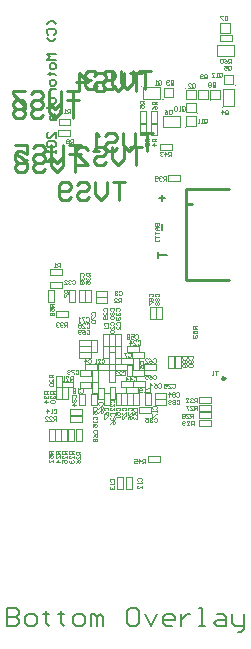
<source format=gbo>
%FSLAX25Y25*%
%MOIN*%
G70*
G01*
G75*
G04 Layer_Color=32896*
%ADD10R,0.05906X0.05118*%
G04:AMPARAMS|DCode=11|XSize=25.59mil|YSize=23.62mil|CornerRadius=5.91mil|HoleSize=0mil|Usage=FLASHONLY|Rotation=180.000|XOffset=0mil|YOffset=0mil|HoleType=Round|Shape=RoundedRectangle|*
%AMROUNDEDRECTD11*
21,1,0.02559,0.01181,0,0,180.0*
21,1,0.01378,0.02362,0,0,180.0*
1,1,0.01181,-0.00689,0.00591*
1,1,0.01181,0.00689,0.00591*
1,1,0.01181,0.00689,-0.00591*
1,1,0.01181,-0.00689,-0.00591*
%
%ADD11ROUNDEDRECTD11*%
G04:AMPARAMS|DCode=12|XSize=25.59mil|YSize=23.62mil|CornerRadius=5.91mil|HoleSize=0mil|Usage=FLASHONLY|Rotation=270.000|XOffset=0mil|YOffset=0mil|HoleType=Round|Shape=RoundedRectangle|*
%AMROUNDEDRECTD12*
21,1,0.02559,0.01181,0,0,270.0*
21,1,0.01378,0.02362,0,0,270.0*
1,1,0.01181,-0.00591,-0.00689*
1,1,0.01181,-0.00591,0.00689*
1,1,0.01181,0.00591,0.00689*
1,1,0.01181,0.00591,-0.00689*
%
%ADD12ROUNDEDRECTD12*%
%ADD13R,0.00866X0.01024*%
%ADD14R,0.01024X0.00866*%
%ADD15R,0.05118X0.05906*%
G04:AMPARAMS|DCode=16|XSize=15.75mil|YSize=17.72mil|CornerRadius=3.94mil|HoleSize=0mil|Usage=FLASHONLY|Rotation=180.000|XOffset=0mil|YOffset=0mil|HoleType=Round|Shape=RoundedRectangle|*
%AMROUNDEDRECTD16*
21,1,0.01575,0.00984,0,0,180.0*
21,1,0.00787,0.01772,0,0,180.0*
1,1,0.00787,-0.00394,0.00492*
1,1,0.00787,0.00394,0.00492*
1,1,0.00787,0.00394,-0.00492*
1,1,0.00787,-0.00394,-0.00492*
%
%ADD16ROUNDEDRECTD16*%
%ADD17C,0.00984*%
%ADD18R,0.02756X0.01575*%
%ADD19R,0.02362X0.01969*%
%ADD20R,0.01654X0.01811*%
%ADD21R,0.03937X0.04331*%
%ADD22R,0.01575X0.02756*%
G04:AMPARAMS|DCode=23|XSize=15.75mil|YSize=17.72mil|CornerRadius=3.94mil|HoleSize=0mil|Usage=FLASHONLY|Rotation=270.000|XOffset=0mil|YOffset=0mil|HoleType=Round|Shape=RoundedRectangle|*
%AMROUNDEDRECTD23*
21,1,0.01575,0.00984,0,0,270.0*
21,1,0.00787,0.01772,0,0,270.0*
1,1,0.00787,-0.00492,-0.00394*
1,1,0.00787,-0.00492,0.00394*
1,1,0.00787,0.00492,0.00394*
1,1,0.00787,0.00492,-0.00394*
%
%ADD23ROUNDEDRECTD23*%
%ADD24R,0.01811X0.01654*%
%ADD25O,0.03347X0.01102*%
%ADD26O,0.01102X0.03347*%
%ADD27R,0.01181X0.01181*%
%ADD28R,0.06496X0.17323*%
%ADD29R,0.02559X0.00984*%
%ADD30R,0.01772X0.01772*%
%ADD31C,0.01082*%
%ADD32R,0.02658X0.00984*%
%ADD33R,0.02402X0.05591*%
%ADD34R,0.09843X0.06299*%
%ADD35R,0.00984X0.01969*%
G04:AMPARAMS|DCode=36|XSize=70.87mil|YSize=51.18mil|CornerRadius=12.8mil|HoleSize=0mil|Usage=FLASHONLY|Rotation=0.000|XOffset=0mil|YOffset=0mil|HoleType=Round|Shape=RoundedRectangle|*
%AMROUNDEDRECTD36*
21,1,0.07087,0.02559,0,0,0.0*
21,1,0.04528,0.05118,0,0,0.0*
1,1,0.02559,0.02264,-0.01280*
1,1,0.02559,-0.02264,-0.01280*
1,1,0.02559,-0.02264,0.01280*
1,1,0.02559,0.02264,0.01280*
%
%ADD36ROUNDEDRECTD36*%
%ADD37C,0.01181*%
%ADD38R,0.01181X0.03937*%
%ADD39R,0.09449X0.01181*%
%ADD40R,0.05512X0.06693*%
%ADD41R,0.01000X0.11811*%
%ADD42R,0.03937X0.01000*%
%ADD43R,0.11811X0.01000*%
%ADD44R,0.01969X0.03937*%
%ADD45R,0.03937X0.01969*%
%ADD46R,0.02362X0.02756*%
%ADD47R,0.01969X0.04724*%
%ADD48C,0.00800*%
%ADD49C,0.00500*%
%ADD50C,0.01000*%
%ADD51C,0.00400*%
%ADD52C,0.01200*%
%ADD53C,0.01500*%
%ADD54C,0.00900*%
%ADD55C,0.00600*%
%ADD56C,0.02000*%
%ADD57C,0.00700*%
%ADD58O,0.08000X0.07500*%
%ADD59C,0.07480*%
%ADD60C,0.08000*%
%ADD61C,0.01200*%
%ADD62C,0.01969*%
%ADD63C,0.08200*%
%ADD64C,0.02200*%
%ADD65C,0.02600*%
%ADD66C,0.01024*%
%ADD67C,0.00807*%
%ADD68R,0.12000X0.06000*%
%ADD69R,0.03937X0.01575*%
%ADD70R,0.00886X0.00709*%
G04:AMPARAMS|DCode=71|XSize=8.86mil|YSize=7.09mil|CornerRadius=0mil|HoleSize=0mil|Usage=FLASHONLY|Rotation=135.000|XOffset=0mil|YOffset=0mil|HoleType=Round|Shape=Rectangle|*
%AMROTATEDRECTD71*
4,1,4,0.00564,-0.00063,0.00063,-0.00564,-0.00564,0.00063,-0.00063,0.00564,0.00564,-0.00063,0.0*
%
%ADD71ROTATEDRECTD71*%

%ADD72R,0.00709X0.00886*%
%ADD73R,0.03228X0.05197*%
%ADD74R,0.03228X0.05197*%
%ADD75R,0.00906X0.03543*%
%ADD76C,0.01339*%
%ADD77C,0.00394*%
%ADD78C,0.00984*%
%ADD79C,0.00591*%
%ADD80C,0.00197*%
%ADD81C,0.00098*%
%ADD82C,0.00472*%
%ADD83C,0.00787*%
%ADD84R,0.01824X0.01666*%
%ADD85R,0.01666X0.01824*%
%ADD86C,0.02000*%
%ADD87R,0.01686X0.01509*%
G04:AMPARAMS|DCode=88|XSize=16.86mil|YSize=15.09mil|CornerRadius=0mil|HoleSize=0mil|Usage=FLASHONLY|Rotation=135.000|XOffset=0mil|YOffset=0mil|HoleType=Round|Shape=Rectangle|*
%AMROTATEDRECTD88*
4,1,4,0.01129,-0.00063,0.00063,-0.01129,-0.01129,0.00063,-0.00063,0.01129,0.01129,-0.00063,0.0*
%
%ADD88ROTATEDRECTD88*%

%ADD89R,0.01509X0.01686*%
D48*
X-11811Y-37309D02*
Y-43307D01*
X-8812D01*
X-7812Y-42307D01*
Y-41308D01*
X-8812Y-40308D01*
X-11811D01*
X-8812D01*
X-7812Y-39308D01*
Y-38309D01*
X-8812Y-37309D01*
X-11811D01*
X-4813Y-43307D02*
X-2814D01*
X-1814Y-42307D01*
Y-40308D01*
X-2814Y-39308D01*
X-4813D01*
X-5813Y-40308D01*
Y-42307D01*
X-4813Y-43307D01*
X1185Y-38309D02*
Y-39308D01*
X185D01*
X2184D01*
X1185D01*
Y-42307D01*
X2184Y-43307D01*
X6183Y-38309D02*
Y-39308D01*
X5184D01*
X7183D01*
X6183D01*
Y-42307D01*
X7183Y-43307D01*
X11181D02*
X13181D01*
X14181Y-42307D01*
Y-40308D01*
X13181Y-39308D01*
X11181D01*
X10182Y-40308D01*
Y-42307D01*
X11181Y-43307D01*
X16180D02*
Y-39308D01*
X17180D01*
X18179Y-40308D01*
Y-43307D01*
Y-40308D01*
X19179Y-39308D01*
X20179Y-40308D01*
Y-43307D01*
X31175Y-37309D02*
X29176D01*
X28176Y-38309D01*
Y-42307D01*
X29176Y-43307D01*
X31175D01*
X32175Y-42307D01*
Y-38309D01*
X31175Y-37309D01*
X34174Y-39308D02*
X36173Y-43307D01*
X38173Y-39308D01*
X43171Y-43307D02*
X41172D01*
X40172Y-42307D01*
Y-40308D01*
X41172Y-39308D01*
X43171D01*
X44171Y-40308D01*
Y-41308D01*
X40172D01*
X46170Y-39308D02*
Y-43307D01*
Y-41308D01*
X47170Y-40308D01*
X48170Y-39308D01*
X49169D01*
X52168Y-43307D02*
X54168D01*
X53168D01*
Y-37309D01*
X52168D01*
X58166Y-39308D02*
X60166D01*
X61165Y-40308D01*
Y-43307D01*
X58166D01*
X57167Y-42307D01*
X58166Y-41308D01*
X61165D01*
X63165Y-39308D02*
Y-42307D01*
X64164Y-43307D01*
X67163D01*
Y-44307D01*
X66164Y-45306D01*
X65164D01*
X67163Y-43307D02*
Y-39308D01*
D50*
X47929Y72006D02*
Y102400D01*
X62181D01*
X47929Y72006D02*
X62181D01*
X47929Y97400D02*
X49681D01*
X36761Y121098D02*
X32762D01*
X34761D01*
Y115100D01*
X30763Y121098D02*
Y117099D01*
X28763Y115100D01*
X26764Y117099D01*
Y121098D01*
X20766Y120098D02*
X21766Y121098D01*
X23765D01*
X24765Y120098D01*
Y119099D01*
X23765Y118099D01*
X21766D01*
X20766Y117099D01*
Y116100D01*
X21766Y115100D01*
X23765D01*
X24765Y116100D01*
X18767Y115100D02*
X16767D01*
X17767D01*
Y121098D01*
X18767Y120098D01*
X33000Y116498D02*
X29001D01*
X31001D01*
Y110500D01*
X27002Y116498D02*
Y112499D01*
X25003Y110500D01*
X23003Y112499D01*
Y116498D01*
X17005Y115498D02*
X18005Y116498D01*
X20004D01*
X21004Y115498D01*
Y114499D01*
X20004Y113499D01*
X18005D01*
X17005Y112499D01*
Y111500D01*
X18005Y110500D01*
X20004D01*
X21004Y111500D01*
X11007Y110500D02*
X15006D01*
X11007Y114499D01*
Y115498D01*
X12007Y116498D01*
X14006D01*
X15006Y115498D01*
X36000Y141898D02*
X32001D01*
X34001D01*
Y135900D01*
X30002Y141898D02*
Y137899D01*
X28003Y135900D01*
X26003Y137899D01*
Y141898D01*
X20005Y140898D02*
X21005Y141898D01*
X23004D01*
X24004Y140898D01*
Y139899D01*
X23004Y138899D01*
X21005D01*
X20005Y137899D01*
Y136900D01*
X21005Y135900D01*
X23004D01*
X24004Y136900D01*
X18006Y140898D02*
X17006Y141898D01*
X15007D01*
X14007Y140898D01*
Y139899D01*
X15007Y138899D01*
X16007D01*
X15007D01*
X14007Y137899D01*
Y136900D01*
X15007Y135900D01*
X17006D01*
X18006Y136900D01*
X32964Y141262D02*
X28965D01*
X30965D01*
Y135264D01*
X26966Y141262D02*
Y137263D01*
X24967Y135264D01*
X22967Y137263D01*
Y141262D01*
X16969Y140262D02*
X17969Y141262D01*
X19968D01*
X20968Y140262D01*
Y139263D01*
X19968Y138263D01*
X17969D01*
X16969Y137263D01*
Y136264D01*
X17969Y135264D01*
X19968D01*
X20968Y136264D01*
X11971Y135264D02*
Y141262D01*
X14970Y138263D01*
X10971D01*
X12900Y116977D02*
X8901D01*
X10901D01*
Y110979D01*
X6902Y116977D02*
Y112978D01*
X4903Y110979D01*
X2903Y112978D01*
Y116977D01*
X-3095Y115977D02*
X-2095Y116977D01*
X-96D01*
X904Y115977D01*
Y114977D01*
X-96Y113978D01*
X-2095D01*
X-3095Y112978D01*
Y111978D01*
X-2095Y110979D01*
X-96D01*
X904Y111978D01*
X-9093Y116977D02*
X-5094D01*
Y113978D01*
X-7093Y114977D01*
X-8093D01*
X-9093Y113978D01*
Y111978D01*
X-8093Y110979D01*
X-6094D01*
X-5094Y111978D01*
X12900Y114059D02*
X8901D01*
X10901D01*
Y108061D01*
X6902Y114059D02*
Y110060D01*
X4903Y108061D01*
X2903Y110060D01*
Y114059D01*
X-3095Y113059D02*
X-2095Y114059D01*
X-96D01*
X904Y113059D01*
Y112059D01*
X-96Y111060D01*
X-2095D01*
X-3095Y110060D01*
Y109060D01*
X-2095Y108061D01*
X-96D01*
X904Y109060D01*
X-9093Y114059D02*
X-7094Y113059D01*
X-5094Y111060D01*
Y109060D01*
X-6094Y108061D01*
X-8093D01*
X-9093Y109060D01*
Y110060D01*
X-8093Y111060D01*
X-5094D01*
X12200Y135198D02*
X8201D01*
X10201D01*
Y129200D01*
X6202Y135198D02*
Y131199D01*
X4203Y129200D01*
X2203Y131199D01*
Y135198D01*
X-3795Y134198D02*
X-2795Y135198D01*
X-796D01*
X204Y134198D01*
Y133199D01*
X-796Y132199D01*
X-2795D01*
X-3795Y131199D01*
Y130200D01*
X-2795Y129200D01*
X-796D01*
X204Y130200D01*
X-5794Y135198D02*
X-9793D01*
Y134198D01*
X-5794Y130200D01*
Y129200D01*
X12200Y132259D02*
X8201D01*
X10201D01*
Y126261D01*
X6202Y132259D02*
Y128260D01*
X4203Y126261D01*
X2203Y128260D01*
Y132259D01*
X-3795Y131259D02*
X-2795Y132259D01*
X-796D01*
X204Y131259D01*
Y130259D01*
X-796Y129260D01*
X-2795D01*
X-3795Y128260D01*
Y127260D01*
X-2795Y126261D01*
X-796D01*
X204Y127260D01*
X-5794Y131259D02*
X-6794Y132259D01*
X-8793D01*
X-9793Y131259D01*
Y130259D01*
X-8793Y129260D01*
X-9793Y128260D01*
Y127260D01*
X-8793Y126261D01*
X-6794D01*
X-5794Y127260D01*
Y128260D01*
X-6794Y129260D01*
X-5794Y130259D01*
Y131259D01*
X-6794Y129260D02*
X-8793D01*
X27486Y104673D02*
X23487D01*
X25486D01*
Y98675D01*
X21488Y104673D02*
Y100674D01*
X19488Y98675D01*
X17489Y100674D01*
Y104673D01*
X11491Y103673D02*
X12491Y104673D01*
X14490D01*
X15490Y103673D01*
Y102673D01*
X14490Y101674D01*
X12491D01*
X11491Y100674D01*
Y99674D01*
X12491Y98675D01*
X14490D01*
X15490Y99674D01*
X9492D02*
X8492Y98675D01*
X6493D01*
X5493Y99674D01*
Y103673D01*
X6493Y104673D01*
X8492D01*
X9492Y103673D01*
Y102673D01*
X8492Y101674D01*
X5493D01*
D51*
X35534Y66667D02*
X35300Y66900D01*
Y67367D01*
X35534Y67600D01*
X36467D01*
X36700Y67367D01*
Y66900D01*
X36467Y66667D01*
X35534Y66201D02*
X35300Y65967D01*
Y65501D01*
X35534Y65267D01*
X35767D01*
X36000Y65501D01*
X36233Y65267D01*
X36467D01*
X36700Y65501D01*
Y65967D01*
X36467Y66201D01*
X36233D01*
X36000Y65967D01*
X35767Y66201D01*
X35534D01*
X36000Y65967D02*
Y65501D01*
X35300Y64801D02*
Y63868D01*
X35534D01*
X36467Y64801D01*
X36700D01*
X37634Y66667D02*
X37400Y66900D01*
Y67367D01*
X37634Y67600D01*
X38567D01*
X38800Y67367D01*
Y66900D01*
X38567Y66667D01*
X37634Y66201D02*
X37400Y65967D01*
Y65501D01*
X37634Y65267D01*
X37867D01*
X38100Y65501D01*
X38333Y65267D01*
X38567D01*
X38800Y65501D01*
Y65967D01*
X38567Y66201D01*
X38333D01*
X38100Y65967D01*
X37867Y66201D01*
X37634D01*
X38100Y65967D02*
Y65501D01*
X37634Y64801D02*
X37400Y64568D01*
Y64101D01*
X37634Y63868D01*
X37867D01*
X38100Y64101D01*
X38333Y63868D01*
X38567D01*
X38800Y64101D01*
Y64568D01*
X38567Y64801D01*
X38333D01*
X38100Y64568D01*
X37867Y64801D01*
X37634D01*
X38100Y64568D02*
Y64101D01*
X3700Y64100D02*
X2300D01*
Y63400D01*
X2534Y63167D01*
X3000D01*
X3233Y63400D01*
Y64100D01*
Y63634D02*
X3700Y63167D01*
X2300Y61767D02*
Y62700D01*
X3000D01*
X2767Y62234D01*
Y62001D01*
X3000Y61767D01*
X3467D01*
X3700Y62001D01*
Y62467D01*
X3467Y62700D01*
Y61301D02*
X3700Y61068D01*
Y60601D01*
X3467Y60368D01*
X2534D01*
X2300Y60601D01*
Y61068D01*
X2534Y61301D01*
X2767D01*
X3000Y61068D01*
Y60368D01*
X9867Y71966D02*
X10100Y72199D01*
X10567D01*
X10800Y71966D01*
Y71033D01*
X10567Y70800D01*
X10100D01*
X9867Y71033D01*
X9400Y71966D02*
X9167Y72199D01*
X8701D01*
X8467Y71966D01*
Y71733D01*
X8701Y71500D01*
X8934D01*
X8701D01*
X8467Y71267D01*
Y71033D01*
X8701Y70800D01*
X9167D01*
X9400Y71033D01*
X7068Y70800D02*
X8001D01*
X7068Y71733D01*
Y71966D01*
X7301Y72199D01*
X7768D01*
X8001Y71966D01*
X30382Y28615D02*
X30149Y28848D01*
Y29315D01*
X30382Y29548D01*
X31315D01*
X31548Y29315D01*
Y28848D01*
X31315Y28615D01*
X30149Y27216D02*
X30382Y27682D01*
X30848Y28149D01*
X31315D01*
X31548Y27915D01*
Y27449D01*
X31315Y27216D01*
X31082D01*
X30848Y27449D01*
Y28149D01*
X30382Y26749D02*
X30149Y26516D01*
Y26049D01*
X30382Y25816D01*
X30615D01*
X30848Y26049D01*
Y26283D01*
Y26049D01*
X31082Y25816D01*
X31315D01*
X31548Y26049D01*
Y26516D01*
X31315Y26749D01*
X10300Y15000D02*
X8900D01*
Y14300D01*
X9134Y14067D01*
X9600D01*
X9833Y14300D01*
Y15000D01*
Y14534D02*
X10300Y14067D01*
Y12667D02*
Y13600D01*
X9367Y12667D01*
X9134D01*
X8900Y12901D01*
Y13367D01*
X9134Y13600D01*
Y12201D02*
X8900Y11968D01*
Y11501D01*
X9134Y11268D01*
X9367D01*
X9600Y11501D01*
Y11734D01*
Y11501D01*
X9833Y11268D01*
X10067D01*
X10300Y11501D01*
Y11968D01*
X10067Y12201D01*
X3400Y15100D02*
X2001D01*
Y14400D01*
X2234Y14167D01*
X2700D01*
X2933Y14400D01*
Y15100D01*
Y14634D02*
X3400Y14167D01*
X2001Y12767D02*
Y13701D01*
X2700D01*
X2467Y13234D01*
Y13001D01*
X2700Y12767D01*
X3167D01*
X3400Y13001D01*
Y13467D01*
X3167Y13701D01*
X3400Y11368D02*
Y12301D01*
X2467Y11368D01*
X2234D01*
X2001Y11601D01*
Y12068D01*
X2234Y12301D01*
X1900Y35000D02*
X501D01*
Y34300D01*
X734Y34067D01*
X1200D01*
X1433Y34300D01*
Y35000D01*
Y34534D02*
X1900Y34067D01*
X734Y33601D02*
X501Y33367D01*
Y32901D01*
X734Y32667D01*
X967D01*
X1200Y32901D01*
Y33134D01*
Y32901D01*
X1433Y32667D01*
X1667D01*
X1900Y32901D01*
Y33367D01*
X1667Y33601D01*
X1900Y31501D02*
X501D01*
X1200Y32201D01*
Y31268D01*
X36834Y29167D02*
X36601Y29400D01*
Y29867D01*
X36834Y30100D01*
X37767D01*
X38000Y29867D01*
Y29400D01*
X37767Y29167D01*
X38000Y28701D02*
Y28234D01*
Y28467D01*
X36601D01*
X36834Y28701D01*
X36601Y27534D02*
Y26601D01*
X36834D01*
X37767Y27534D01*
X38000D01*
X4000Y35000D02*
X2600D01*
Y34300D01*
X2834Y34067D01*
X3300D01*
X3534Y34300D01*
Y35000D01*
Y34534D02*
X4000Y34067D01*
X2834Y33601D02*
X2600Y33367D01*
Y32901D01*
X2834Y32667D01*
X3067D01*
X3300Y32901D01*
Y33134D01*
Y32901D01*
X3534Y32667D01*
X3767D01*
X4000Y32901D01*
Y33367D01*
X3767Y33601D01*
X2834Y32201D02*
X2600Y31968D01*
Y31501D01*
X2834Y31268D01*
X3767D01*
X4000Y31501D01*
Y31968D01*
X3767Y32201D01*
X2834D01*
X12500Y14900D02*
X11100D01*
Y14200D01*
X11334Y13967D01*
X11800D01*
X12033Y14200D01*
Y14900D01*
Y14434D02*
X12500Y13967D01*
Y12567D02*
Y13500D01*
X11567Y12567D01*
X11334D01*
X11100Y12801D01*
Y13267D01*
X11334Y13500D01*
X11100Y11168D02*
X11334Y11634D01*
X11800Y12101D01*
X12267D01*
X12500Y11868D01*
Y11401D01*
X12267Y11168D01*
X12033D01*
X11800Y11401D01*
Y12101D01*
X8000Y15000D02*
X6600D01*
Y14300D01*
X6834Y14067D01*
X7300D01*
X7534Y14300D01*
Y15000D01*
Y14534D02*
X8000Y14067D01*
Y12667D02*
Y13600D01*
X7067Y12667D01*
X6834D01*
X6600Y12901D01*
Y13367D01*
X6834Y13600D01*
X6600Y11268D02*
Y12201D01*
X7300D01*
X7067Y11734D01*
Y11501D01*
X7300Y11268D01*
X7767D01*
X8000Y11501D01*
Y11968D01*
X7767Y12201D01*
X5700Y15100D02*
X4301D01*
Y14400D01*
X4534Y14167D01*
X5000D01*
X5234Y14400D01*
Y15100D01*
Y14634D02*
X5700Y14167D01*
Y12767D02*
Y13701D01*
X4767Y12767D01*
X4534D01*
X4301Y13001D01*
Y13467D01*
X4534Y13701D01*
X5700Y11601D02*
X4301D01*
X5000Y12301D01*
Y11368D01*
X4500Y25300D02*
Y26700D01*
X3800D01*
X3567Y26466D01*
Y26000D01*
X3800Y25767D01*
X4500D01*
X4033D02*
X3567Y25300D01*
X2167D02*
X3101D01*
X2167Y26233D01*
Y26466D01*
X2401Y26700D01*
X2867D01*
X3101Y26466D01*
X768Y25300D02*
X1701D01*
X768Y26233D01*
Y26466D01*
X1001Y26700D01*
X1468D01*
X1701Y26466D01*
X3600Y40600D02*
X2200D01*
Y39900D01*
X2434Y39667D01*
X2900D01*
X3133Y39900D01*
Y40600D01*
Y40134D02*
X3600Y39667D01*
Y38267D02*
Y39200D01*
X2667Y38267D01*
X2434D01*
X2200Y38501D01*
Y38967D01*
X2434Y39200D01*
Y37801D02*
X2200Y37568D01*
Y37101D01*
X2434Y36868D01*
X3367D01*
X3600Y37101D01*
Y37568D01*
X3367Y37801D01*
X2434D01*
X10000Y38600D02*
Y39999D01*
X9300D01*
X9067Y39766D01*
Y39300D01*
X9300Y39066D01*
X10000D01*
X9533D02*
X9067Y38600D01*
X7667D02*
X8600D01*
X7667Y39533D01*
Y39766D01*
X7901Y39999D01*
X8367D01*
X8600Y39766D01*
X7201Y38600D02*
X6734D01*
X6968D01*
Y39999D01*
X7201Y39766D01*
X34200Y11000D02*
Y12400D01*
X33500D01*
X33267Y12166D01*
Y11700D01*
X33500Y11467D01*
X34200D01*
X33733D02*
X33267Y11000D01*
X32101D02*
Y12400D01*
X32800Y11700D01*
X31867D01*
X30468Y12400D02*
X31401D01*
Y11700D01*
X30934Y11933D01*
X30701D01*
X30468Y11700D01*
Y11233D01*
X30701Y11000D01*
X31168D01*
X31401Y11233D01*
X10967Y41966D02*
X11200Y42200D01*
X11667D01*
X11900Y41966D01*
Y41033D01*
X11667Y40800D01*
X11200D01*
X10967Y41033D01*
X10500Y42200D02*
X9567D01*
Y41966D01*
X10500Y41033D01*
Y40800D01*
X9101Y41966D02*
X8868Y42200D01*
X8401D01*
X8168Y41966D01*
Y41733D01*
X8401Y41500D01*
X8634D01*
X8401D01*
X8168Y41267D01*
Y41033D01*
X8401Y40800D01*
X8868D01*
X9101Y41033D01*
X17034Y21167D02*
X16801Y21400D01*
Y21867D01*
X17034Y22100D01*
X17967D01*
X18200Y21867D01*
Y21400D01*
X17967Y21167D01*
X16801Y19767D02*
X17034Y20234D01*
X17500Y20700D01*
X17967D01*
X18200Y20467D01*
Y20001D01*
X17967Y19767D01*
X17733D01*
X17500Y20001D01*
Y20700D01*
X17034Y19301D02*
X16801Y19068D01*
Y18601D01*
X17034Y18368D01*
X17267D01*
X17500Y18601D01*
X17733Y18368D01*
X17967D01*
X18200Y18601D01*
Y19068D01*
X17967Y19301D01*
X17733D01*
X17500Y19068D01*
X17267Y19301D01*
X17034D01*
X17500Y19068D02*
Y18601D01*
X20734Y28667D02*
X20501Y28900D01*
Y29367D01*
X20734Y29600D01*
X21667D01*
X21900Y29367D01*
Y28900D01*
X21667Y28667D01*
X20501Y27267D02*
X20734Y27734D01*
X21200Y28201D01*
X21667D01*
X21900Y27967D01*
Y27501D01*
X21667Y27267D01*
X21433D01*
X21200Y27501D01*
Y28201D01*
X20501Y26801D02*
Y25868D01*
X20734D01*
X21667Y26801D01*
X21900D01*
X18834Y30567D02*
X18600Y30800D01*
Y31267D01*
X18834Y31500D01*
X19767D01*
X20000Y31267D01*
Y30800D01*
X19767Y30567D01*
X18600Y29167D02*
X18834Y29634D01*
X19300Y30101D01*
X19767D01*
X20000Y29867D01*
Y29401D01*
X19767Y29167D01*
X19534D01*
X19300Y29401D01*
Y30101D01*
X18600Y27768D02*
X18834Y28234D01*
X19300Y28701D01*
X19767D01*
X20000Y28468D01*
Y28001D01*
X19767Y27768D01*
X19534D01*
X19300Y28001D01*
Y28701D01*
X36834Y40283D02*
X37050Y40500D01*
X37483D01*
X37700Y40283D01*
Y39417D01*
X37483Y39200D01*
X37050D01*
X36834Y39417D01*
X35534Y40500D02*
X35967Y40283D01*
X36400Y39850D01*
Y39417D01*
X36184Y39200D01*
X35751D01*
X35534Y39417D01*
Y39633D01*
X35751Y39850D01*
X36400D01*
X34234Y40500D02*
X35101D01*
Y39850D01*
X34668Y40066D01*
X34451D01*
X34234Y39850D01*
Y39417D01*
X34451Y39200D01*
X34884D01*
X35101Y39417D01*
X38467Y37466D02*
X38700Y37699D01*
X39167D01*
X39400Y37466D01*
Y36533D01*
X39167Y36300D01*
X38700D01*
X38467Y36533D01*
X37067Y37699D02*
X37534Y37466D01*
X38001Y37000D01*
Y36533D01*
X37767Y36300D01*
X37301D01*
X37067Y36533D01*
Y36766D01*
X37301Y37000D01*
X38001D01*
X35901Y36300D02*
Y37699D01*
X36601Y37000D01*
X35668D01*
X24634Y28667D02*
X24400Y28900D01*
Y29367D01*
X24634Y29600D01*
X25567D01*
X25800Y29367D01*
Y28900D01*
X25567Y28667D01*
X24400Y27267D02*
Y28201D01*
X25100D01*
X24867Y27734D01*
Y27501D01*
X25100Y27267D01*
X25567D01*
X25800Y27501D01*
Y27967D01*
X25567Y28201D01*
X25800Y26801D02*
Y26334D01*
Y26568D01*
X24400D01*
X24634Y26801D01*
X30334Y39683D02*
X30550Y39900D01*
X30983D01*
X31200Y39683D01*
Y38817D01*
X30983Y38600D01*
X30550D01*
X30334Y38817D01*
X29251Y38600D02*
Y39900D01*
X29900Y39250D01*
X29034D01*
X27951Y38600D02*
Y39900D01*
X28601Y39250D01*
X27734D01*
X22834Y26967D02*
X22601Y27200D01*
Y27667D01*
X22834Y27900D01*
X23767D01*
X24000Y27667D01*
Y27200D01*
X23767Y26967D01*
X22834Y26500D02*
X22601Y26267D01*
Y25801D01*
X22834Y25567D01*
X23067D01*
X23300Y25801D01*
Y26034D01*
Y25801D01*
X23534Y25567D01*
X23767D01*
X24000Y25801D01*
Y26267D01*
X23767Y26500D01*
X22601Y24168D02*
X22834Y24634D01*
X23300Y25101D01*
X23767D01*
X24000Y24868D01*
Y24401D01*
X23767Y24168D01*
X23534D01*
X23300Y24401D01*
Y25101D01*
X37067Y25966D02*
X37300Y26199D01*
X37767D01*
X38000Y25966D01*
Y25033D01*
X37767Y24800D01*
X37300D01*
X37067Y25033D01*
X36601Y25966D02*
X36367Y26199D01*
X35901D01*
X35667Y25966D01*
Y25733D01*
X35901Y25500D01*
X36134D01*
X35901D01*
X35667Y25267D01*
Y25033D01*
X35901Y24800D01*
X36367D01*
X36601Y25033D01*
X34268Y26199D02*
X35201D01*
Y25500D01*
X34734Y25733D01*
X34501D01*
X34268Y25500D01*
Y25033D01*
X34501Y24800D01*
X34968D01*
X35201Y25033D01*
X9934Y32967D02*
X9700Y33200D01*
Y33667D01*
X9934Y33900D01*
X10867D01*
X11100Y33667D01*
Y33200D01*
X10867Y32967D01*
X9934Y32500D02*
X9700Y32267D01*
Y31801D01*
X9934Y31567D01*
X10167D01*
X10400Y31801D01*
Y32034D01*
Y31801D01*
X10633Y31567D01*
X10867D01*
X11100Y31801D01*
Y32267D01*
X10867Y32500D01*
X11100Y30401D02*
X9700D01*
X10400Y31101D01*
Y30168D01*
X26634Y28667D02*
X26401Y28900D01*
Y29367D01*
X26634Y29600D01*
X27567D01*
X27800Y29367D01*
Y28900D01*
X27567Y28667D01*
X27800Y27267D02*
Y28201D01*
X26867Y27267D01*
X26634D01*
X26401Y27501D01*
Y27967D01*
X26634Y28201D01*
X26401Y26801D02*
Y25868D01*
X26634D01*
X27567Y26801D01*
X27800D01*
X28534Y28667D02*
X28300Y28900D01*
Y29367D01*
X28534Y29600D01*
X29467D01*
X29700Y29367D01*
Y28900D01*
X29467Y28667D01*
X29700Y27267D02*
Y28201D01*
X28767Y27267D01*
X28534D01*
X28300Y27501D01*
Y27967D01*
X28534Y28201D01*
X28300Y25868D02*
X28534Y26334D01*
X29000Y26801D01*
X29467D01*
X29700Y26568D01*
Y26101D01*
X29467Y25868D01*
X29234D01*
X29000Y26101D01*
Y26801D01*
X43167Y37366D02*
X43400Y37600D01*
X43867D01*
X44100Y37366D01*
Y36433D01*
X43867Y36200D01*
X43400D01*
X43167Y36433D01*
X41767Y36200D02*
X42700D01*
X41767Y37133D01*
Y37366D01*
X42001Y37600D01*
X42467D01*
X42700Y37366D01*
X40368Y37600D02*
X41301D01*
Y36900D01*
X40834Y37133D01*
X40601D01*
X40368Y36900D01*
Y36433D01*
X40601Y36200D01*
X41068D01*
X41301Y36433D01*
X22817Y31334D02*
X22600Y31550D01*
Y31983D01*
X22817Y32200D01*
X23683D01*
X23900Y31983D01*
Y31550D01*
X23683Y31334D01*
X23900Y30034D02*
Y30900D01*
X23034Y30034D01*
X22817D01*
X22600Y30251D01*
Y30684D01*
X22817Y30900D01*
X23900Y28734D02*
Y29601D01*
X23034Y28734D01*
X22817D01*
X22600Y28951D01*
Y29384D01*
X22817Y29601D01*
X34767Y35866D02*
X35000Y36099D01*
X35467D01*
X35700Y35866D01*
Y34933D01*
X35467Y34700D01*
X35000D01*
X34767Y34933D01*
X34301Y34700D02*
X33834D01*
X34067D01*
Y36099D01*
X34301Y35866D01*
X33134Y34933D02*
X32901Y34700D01*
X32434D01*
X32201Y34933D01*
Y35866D01*
X32434Y36099D01*
X32901D01*
X33134Y35866D01*
Y35633D01*
X32901Y35400D01*
X32201D01*
X12567Y35766D02*
X12800Y36000D01*
X13267D01*
X13500Y35766D01*
Y34833D01*
X13267Y34600D01*
X12800D01*
X12567Y34833D01*
X12100Y34600D02*
X11634D01*
X11867D01*
Y36000D01*
X12100Y35766D01*
X10934D02*
X10701Y36000D01*
X10234D01*
X10001Y35766D01*
Y35533D01*
X10234Y35300D01*
X10001Y35067D01*
Y34833D01*
X10234Y34600D01*
X10701D01*
X10934Y34833D01*
Y35067D01*
X10701Y35300D01*
X10934Y35533D01*
Y35766D01*
X10701Y35300D02*
X10234D01*
X16934Y25667D02*
X16701Y25900D01*
Y26367D01*
X16934Y26600D01*
X17867D01*
X18100Y26367D01*
Y25900D01*
X17867Y25667D01*
X18100Y25201D02*
Y24734D01*
Y24967D01*
X16701D01*
X16934Y25201D01*
X16701Y23101D02*
Y24034D01*
X17400D01*
X17167Y23568D01*
Y23334D01*
X17400Y23101D01*
X17867D01*
X18100Y23334D01*
Y23801D01*
X17867Y24034D01*
X3667Y28866D02*
X3900Y29100D01*
X4367D01*
X4600Y28866D01*
Y27933D01*
X4367Y27700D01*
X3900D01*
X3667Y27933D01*
X3201Y27700D02*
X2734D01*
X2967D01*
Y29100D01*
X3201Y28866D01*
X1334Y27700D02*
Y29100D01*
X2034Y28400D01*
X1101D01*
X22734Y4967D02*
X22501Y5200D01*
Y5667D01*
X22734Y5900D01*
X23667D01*
X23900Y5667D01*
Y5200D01*
X23667Y4967D01*
X23900Y4501D02*
Y4034D01*
Y4267D01*
X22501D01*
X22734Y4501D01*
Y3334D02*
X22501Y3101D01*
Y2634D01*
X22734Y2401D01*
X22967D01*
X23200Y2634D01*
Y2868D01*
Y2634D01*
X23434Y2401D01*
X23667D01*
X23900Y2634D01*
Y3101D01*
X23667Y3334D01*
X31834Y5267D02*
X31600Y5500D01*
Y5967D01*
X31834Y6200D01*
X32767D01*
X33000Y5967D01*
Y5500D01*
X32767Y5267D01*
X33000Y4800D02*
Y4334D01*
Y4567D01*
X31600D01*
X31834Y4800D01*
X33000Y2701D02*
Y3634D01*
X32067Y2701D01*
X31834D01*
X31600Y2934D01*
Y3401D01*
X31834Y3634D01*
X16917Y28834D02*
X16700Y29050D01*
Y29483D01*
X16917Y29700D01*
X17783D01*
X18000Y29483D01*
Y29050D01*
X17783Y28834D01*
X16700Y27534D02*
Y28400D01*
X17350D01*
X17134Y27967D01*
Y27751D01*
X17350Y27534D01*
X17783D01*
X18000Y27751D01*
Y28184D01*
X17783Y28400D01*
X44667Y31966D02*
X44900Y32199D01*
X45367D01*
X45600Y31966D01*
Y31033D01*
X45367Y30800D01*
X44900D01*
X44667Y31033D01*
X44201Y31966D02*
X43967Y32199D01*
X43501D01*
X43267Y31966D01*
Y31733D01*
X43501Y31500D01*
X43267Y31266D01*
Y31033D01*
X43501Y30800D01*
X43967D01*
X44201Y31033D01*
Y31266D01*
X43967Y31500D01*
X44201Y31733D01*
Y31966D01*
X43967Y31500D02*
X43501D01*
X42801Y31966D02*
X42568Y32199D01*
X42101D01*
X41868Y31966D01*
Y31733D01*
X42101Y31500D01*
X42334D01*
X42101D01*
X41868Y31266D01*
Y31033D01*
X42101Y30800D01*
X42568D01*
X42801Y31033D01*
X44567Y34466D02*
X44800Y34699D01*
X45267D01*
X45500Y34466D01*
Y33533D01*
X45267Y33300D01*
X44800D01*
X44567Y33533D01*
X44100Y34466D02*
X43867Y34699D01*
X43401D01*
X43167Y34466D01*
Y34233D01*
X43401Y34000D01*
X43167Y33766D01*
Y33533D01*
X43401Y33300D01*
X43867D01*
X44100Y33533D01*
Y33766D01*
X43867Y34000D01*
X44100Y34233D01*
Y34466D01*
X43867Y34000D02*
X43401D01*
X42001Y33300D02*
Y34699D01*
X42701Y34000D01*
X41768D01*
X48834Y45967D02*
X48601Y46200D01*
Y46667D01*
X48834Y46900D01*
X49767D01*
X50000Y46667D01*
Y46200D01*
X49767Y45967D01*
Y45500D02*
X50000Y45267D01*
Y44801D01*
X49767Y44567D01*
X48834D01*
X48601Y44801D01*
Y45267D01*
X48834Y45500D01*
X49067D01*
X49300Y45267D01*
Y44567D01*
X48834Y44101D02*
X48601Y43868D01*
Y43401D01*
X48834Y43168D01*
X49767D01*
X50000Y43401D01*
Y43868D01*
X49767Y44101D01*
X48834D01*
X46834Y45967D02*
X46600Y46200D01*
Y46667D01*
X46834Y46900D01*
X47767D01*
X48000Y46667D01*
Y46200D01*
X47767Y45967D01*
X46834Y45500D02*
X46600Y45267D01*
Y44801D01*
X46834Y44567D01*
X47067D01*
X47300Y44801D01*
X47534Y44567D01*
X47767D01*
X48000Y44801D01*
Y45267D01*
X47767Y45500D01*
X47534D01*
X47300Y45267D01*
X47067Y45500D01*
X46834D01*
X47300Y45267D02*
Y44801D01*
X47767Y44101D02*
X48000Y43868D01*
Y43401D01*
X47767Y43168D01*
X46834D01*
X46600Y43401D01*
Y43868D01*
X46834Y44101D01*
X47067D01*
X47300Y43868D01*
Y43168D01*
X15134Y45583D02*
X15350Y45800D01*
X15783D01*
X16000Y45583D01*
Y44717D01*
X15783Y44500D01*
X15350D01*
X15134Y44717D01*
X14051Y44500D02*
Y45800D01*
X14700Y45150D01*
X13834D01*
X32517Y44191D02*
X32300Y44408D01*
Y44841D01*
X32517Y45057D01*
X33383D01*
X33600Y44841D01*
Y44408D01*
X33383Y44191D01*
X32300Y42891D02*
X32517Y43325D01*
X32950Y43758D01*
X33383D01*
X33600Y43541D01*
Y43108D01*
X33383Y42891D01*
X33167D01*
X32950Y43108D01*
Y43758D01*
X28367Y47666D02*
X28600Y47899D01*
X29067D01*
X29300Y47666D01*
Y46733D01*
X29067Y46500D01*
X28600D01*
X28367Y46733D01*
X27900Y47899D02*
X26967D01*
Y47666D01*
X27900Y46733D01*
Y46500D01*
X22634Y57267D02*
X22400Y57500D01*
Y57967D01*
X22634Y58200D01*
X23567D01*
X23800Y57967D01*
Y57500D01*
X23567Y57267D01*
X23800Y55867D02*
Y56801D01*
X22867Y55867D01*
X22634D01*
X22400Y56101D01*
Y56567D01*
X22634Y56801D01*
Y55401D02*
X22400Y55168D01*
Y54701D01*
X22634Y54468D01*
X23567D01*
X23800Y54701D01*
Y55168D01*
X23567Y55401D01*
X22634D01*
X19634Y45583D02*
X19850Y45800D01*
X20283D01*
X20500Y45583D01*
Y44717D01*
X20283Y44500D01*
X19850D01*
X19634Y44717D01*
X18334Y44500D02*
X19200D01*
X18334Y45366D01*
Y45583D01*
X18551Y45800D01*
X18984D01*
X19200Y45583D01*
X17901Y44500D02*
X17468D01*
X17684D01*
Y45800D01*
X17901Y45583D01*
X26734Y41483D02*
X26950Y41700D01*
X27383D01*
X27600Y41483D01*
Y40617D01*
X27383Y40400D01*
X26950D01*
X26734Y40617D01*
X25434Y40400D02*
X26300D01*
X25434Y41266D01*
Y41483D01*
X25651Y41700D01*
X26084D01*
X26300Y41483D01*
X25001D02*
X24784Y41700D01*
X24351D01*
X24135Y41483D01*
Y41266D01*
X24351Y41050D01*
X24568D01*
X24351D01*
X24135Y40833D01*
Y40617D01*
X24351Y40400D01*
X24784D01*
X25001Y40617D01*
X31667Y51766D02*
X31900Y51999D01*
X32367D01*
X32600Y51766D01*
Y50833D01*
X32367Y50600D01*
X31900D01*
X31667Y50833D01*
X30267Y50600D02*
X31201D01*
X30267Y51533D01*
Y51766D01*
X30501Y51999D01*
X30967D01*
X31201Y51766D01*
X29101Y50600D02*
Y51999D01*
X29801Y51300D01*
X28868D01*
X14667Y57466D02*
X14900Y57700D01*
X15367D01*
X15600Y57466D01*
Y56533D01*
X15367Y56300D01*
X14900D01*
X14667Y56533D01*
X13267Y56300D02*
X14200D01*
X13267Y57233D01*
Y57466D01*
X13501Y57700D01*
X13967D01*
X14200Y57466D01*
X12801D02*
X12568Y57700D01*
X12101D01*
X11868Y57466D01*
Y57233D01*
X12101Y57000D01*
X11868Y56766D01*
Y56533D01*
X12101Y56300D01*
X12568D01*
X12801Y56533D01*
Y56766D01*
X12568Y57000D01*
X12801Y57233D01*
Y57466D01*
X12568Y57000D02*
X12101D01*
X20434Y61867D02*
X20200Y62100D01*
Y62567D01*
X20434Y62800D01*
X21367D01*
X21600Y62567D01*
Y62100D01*
X21367Y61867D01*
X21600Y60467D02*
Y61401D01*
X20667Y60467D01*
X20434D01*
X20200Y60701D01*
Y61167D01*
X20434Y61401D01*
X21367Y60001D02*
X21600Y59768D01*
Y59301D01*
X21367Y59068D01*
X20434D01*
X20200Y59301D01*
Y59768D01*
X20434Y60001D01*
X20667D01*
X20900Y59768D01*
Y59068D01*
X22634Y61967D02*
X22400Y62200D01*
Y62667D01*
X22634Y62900D01*
X23567D01*
X23800Y62667D01*
Y62200D01*
X23567Y61967D01*
X22634Y61501D02*
X22400Y61267D01*
Y60801D01*
X22634Y60567D01*
X22867D01*
X23100Y60801D01*
Y61034D01*
Y60801D01*
X23334Y60567D01*
X23567D01*
X23800Y60801D01*
Y61267D01*
X23567Y61501D01*
X22634Y60101D02*
X22400Y59868D01*
Y59401D01*
X22634Y59168D01*
X23567D01*
X23800Y59401D01*
Y59868D01*
X23567Y60101D01*
X22634D01*
X24534Y61767D02*
X24300Y62000D01*
Y62467D01*
X24534Y62700D01*
X25467D01*
X25700Y62467D01*
Y62000D01*
X25467Y61767D01*
X24534Y61300D02*
X24300Y61067D01*
Y60601D01*
X24534Y60367D01*
X24767D01*
X25000Y60601D01*
Y60834D01*
Y60601D01*
X25234Y60367D01*
X25467D01*
X25700Y60601D01*
Y61067D01*
X25467Y61300D01*
X24534Y59901D02*
X24300Y59668D01*
Y59201D01*
X24534Y58968D01*
X24767D01*
X25000Y59201D01*
Y59434D01*
Y59201D01*
X25234Y58968D01*
X25467D01*
X25700Y59201D01*
Y59668D01*
X25467Y59901D01*
X30767Y53766D02*
X31000Y54000D01*
X31467D01*
X31700Y53766D01*
Y52833D01*
X31467Y52600D01*
X31000D01*
X30767Y52833D01*
X29367Y54000D02*
X30301D01*
Y53300D01*
X29834Y53533D01*
X29601D01*
X29367Y53300D01*
Y52833D01*
X29601Y52600D01*
X30067D01*
X30301Y52833D01*
X28901Y53766D02*
X28668Y54000D01*
X28201D01*
X27968Y53766D01*
Y53533D01*
X28201Y53300D01*
X27968Y53066D01*
Y52833D01*
X28201Y52600D01*
X28668D01*
X28901Y52833D01*
Y53066D01*
X28668Y53300D01*
X28901Y53533D01*
Y53766D01*
X28668Y53300D02*
X28201D01*
X36867Y45766D02*
X37100Y46000D01*
X37567D01*
X37800Y45766D01*
Y44833D01*
X37567Y44600D01*
X37100D01*
X36867Y44833D01*
X35467Y46000D02*
X35934Y45766D01*
X36400Y45300D01*
Y44833D01*
X36167Y44600D01*
X35701D01*
X35467Y44833D01*
Y45066D01*
X35701Y45300D01*
X36400D01*
X34068Y44600D02*
X35001D01*
X34068Y45533D01*
Y45766D01*
X34301Y46000D01*
X34768D01*
X35001Y45766D01*
X14667Y55366D02*
X14900Y55599D01*
X15367D01*
X15600Y55366D01*
Y54433D01*
X15367Y54200D01*
X14900D01*
X14667Y54433D01*
X13267Y55599D02*
X13734Y55366D01*
X14200Y54900D01*
Y54433D01*
X13967Y54200D01*
X13501D01*
X13267Y54433D01*
Y54667D01*
X13501Y54900D01*
X14200D01*
X12801Y54433D02*
X12568Y54200D01*
X12101D01*
X11868Y54433D01*
Y55366D01*
X12101Y55599D01*
X12568D01*
X12801Y55366D01*
Y55133D01*
X12568Y54900D01*
X11868D01*
X16434Y60567D02*
X16201Y60800D01*
Y61267D01*
X16434Y61500D01*
X17367D01*
X17600Y61267D01*
Y60800D01*
X17367Y60567D01*
X16201Y60101D02*
Y59167D01*
X16434D01*
X17367Y60101D01*
X17600D01*
X16434Y58701D02*
X16201Y58468D01*
Y58001D01*
X16434Y57768D01*
X17367D01*
X17600Y58001D01*
Y58468D01*
X17367Y58701D01*
X16434D01*
X14367Y59466D02*
X14600Y59699D01*
X15067D01*
X15300Y59466D01*
Y58533D01*
X15067Y58300D01*
X14600D01*
X14367Y58533D01*
X13901Y59699D02*
X12967D01*
Y59466D01*
X13901Y58533D01*
Y58300D01*
X12501D02*
X12034D01*
X12268D01*
Y59699D01*
X12501Y59466D01*
X49867Y136533D02*
Y137466D01*
X50100Y137699D01*
X50567D01*
X50800Y137466D01*
Y136533D01*
X50567Y136300D01*
X50100D01*
X50333Y136767D02*
X49867Y136300D01*
X50100D02*
X49867Y136533D01*
X48467Y136300D02*
X49400D01*
X48467Y137233D01*
Y137466D01*
X48701Y137699D01*
X49167D01*
X49400Y137466D01*
X42667Y137533D02*
Y138466D01*
X42900Y138699D01*
X43367D01*
X43600Y138466D01*
Y137533D01*
X43367Y137300D01*
X42900D01*
X43134Y137767D02*
X42667Y137300D01*
X42900D02*
X42667Y137533D01*
X42200Y138466D02*
X41967Y138699D01*
X41501D01*
X41267Y138466D01*
Y138233D01*
X41501Y138000D01*
X41734D01*
X41501D01*
X41267Y137767D01*
Y137533D01*
X41501Y137300D01*
X41967D01*
X42200Y137533D01*
X60867Y127633D02*
Y128566D01*
X61100Y128799D01*
X61567D01*
X61800Y128566D01*
Y127633D01*
X61567Y127400D01*
X61100D01*
X61334Y127866D02*
X60867Y127400D01*
X61100D02*
X60867Y127633D01*
X59701Y127400D02*
Y128799D01*
X60400Y128100D01*
X59467D01*
X46367Y128833D02*
Y129766D01*
X46600Y129999D01*
X47067D01*
X47300Y129766D01*
Y128833D01*
X47067Y128600D01*
X46600D01*
X46834Y129067D02*
X46367Y128600D01*
X46600D02*
X46367Y128833D01*
X45900Y128600D02*
X45434D01*
X45667D01*
Y129999D01*
X45900Y129766D01*
X44734D02*
X44501Y129999D01*
X44034D01*
X43801Y129766D01*
Y128833D01*
X44034Y128600D01*
X44501D01*
X44734Y128833D01*
Y129766D01*
X53867Y124733D02*
Y125666D01*
X54100Y125900D01*
X54567D01*
X54800Y125666D01*
Y124733D01*
X54567Y124500D01*
X54100D01*
X54334Y124967D02*
X53867Y124500D01*
X54100D02*
X53867Y124733D01*
X53400Y124500D02*
X52934D01*
X53167D01*
Y125900D01*
X53400Y125666D01*
X52234Y124500D02*
X51768D01*
X52001D01*
Y125900D01*
X52234Y125666D01*
X58867Y140133D02*
Y141066D01*
X59100Y141299D01*
X59567D01*
X59800Y141066D01*
Y140133D01*
X59567Y139900D01*
X59100D01*
X59333Y140366D02*
X58867Y139900D01*
X59100D02*
X58867Y140133D01*
X58400Y139900D02*
X57934D01*
X58167D01*
Y141299D01*
X58400Y141066D01*
X56301Y139900D02*
X57234D01*
X56301Y140833D01*
Y141066D01*
X56534Y141299D01*
X57001D01*
X57234Y141066D01*
X58300Y41899D02*
X57367D01*
X57833D01*
Y40500D01*
X56901D02*
X56434D01*
X56667D01*
Y41899D01*
X56901Y41666D01*
X41100Y105300D02*
Y106700D01*
X40400D01*
X40167Y106466D01*
Y106000D01*
X40400Y105766D01*
X41100D01*
X40633D02*
X40167Y105300D01*
X39700Y106466D02*
X39467Y106700D01*
X39001D01*
X38767Y106466D01*
Y106233D01*
X39001Y106000D01*
X39234D01*
X39001D01*
X38767Y105766D01*
Y105533D01*
X39001Y105300D01*
X39467D01*
X39700Y105533D01*
X38301D02*
X38068Y105300D01*
X37601D01*
X37368Y105533D01*
Y106466D01*
X37601Y106700D01*
X38068D01*
X38301Y106466D01*
Y106233D01*
X38068Y106000D01*
X37368D01*
X42800Y113500D02*
Y114900D01*
X42100D01*
X41867Y114666D01*
Y114200D01*
X42100Y113967D01*
X42800D01*
X42333D02*
X41867Y113500D01*
X40701D02*
Y114900D01*
X41401Y114200D01*
X40467D01*
X40001Y114666D02*
X39768Y114900D01*
X39301D01*
X39068Y114666D01*
Y114433D01*
X39301Y114200D01*
X39534D01*
X39301D01*
X39068Y113967D01*
Y113733D01*
X39301Y113500D01*
X39768D01*
X40001Y113733D01*
X8200Y56600D02*
Y57999D01*
X7500D01*
X7267Y57766D01*
Y57300D01*
X7500Y57067D01*
X8200D01*
X7734D02*
X7267Y56600D01*
X6800Y57766D02*
X6567Y57999D01*
X6101D01*
X5867Y57766D01*
Y57533D01*
X6101Y57300D01*
X6334D01*
X6101D01*
X5867Y57067D01*
Y56833D01*
X6101Y56600D01*
X6567D01*
X6800Y56833D01*
X5401Y57766D02*
X5168Y57999D01*
X4701D01*
X4468Y57766D01*
Y57533D01*
X4701Y57300D01*
X4934D01*
X4701D01*
X4468Y57067D01*
Y56833D01*
X4701Y56600D01*
X5168D01*
X5401Y56833D01*
X51400Y28900D02*
Y30299D01*
X50700D01*
X50467Y30066D01*
Y29600D01*
X50700Y29366D01*
X51400D01*
X50933D02*
X50467Y28900D01*
X49067D02*
X50001D01*
X49067Y29833D01*
Y30066D01*
X49301Y30299D01*
X49767D01*
X50001Y30066D01*
X48601Y30299D02*
X47668D01*
Y30066D01*
X48601Y29133D01*
Y28900D01*
X50100Y26200D02*
Y27599D01*
X49400D01*
X49167Y27366D01*
Y26900D01*
X49400Y26667D01*
X50100D01*
X49633D02*
X49167Y26200D01*
X47767D02*
X48700D01*
X47767Y27133D01*
Y27366D01*
X48001Y27599D01*
X48467D01*
X48700Y27366D01*
X47301D02*
X47068Y27599D01*
X46601D01*
X46368Y27366D01*
Y27133D01*
X46601Y26900D01*
X46368Y26667D01*
Y26433D01*
X46601Y26200D01*
X47068D01*
X47301Y26433D01*
Y26667D01*
X47068Y26900D01*
X47301Y27133D01*
Y27366D01*
X47068Y26900D02*
X46601D01*
X50300Y23800D02*
Y25199D01*
X49600D01*
X49367Y24966D01*
Y24500D01*
X49600Y24266D01*
X50300D01*
X49834D02*
X49367Y23800D01*
X47967D02*
X48900D01*
X47967Y24733D01*
Y24966D01*
X48201Y25199D01*
X48667D01*
X48900Y24966D01*
X47501Y24033D02*
X47268Y23800D01*
X46801D01*
X46568Y24033D01*
Y24966D01*
X46801Y25199D01*
X47268D01*
X47501Y24966D01*
Y24733D01*
X47268Y24500D01*
X46568D01*
X51400Y31400D02*
Y32800D01*
X50700D01*
X50467Y32566D01*
Y32100D01*
X50700Y31866D01*
X51400D01*
X50933D02*
X50467Y31400D01*
X50001Y32566D02*
X49767Y32800D01*
X49301D01*
X49067Y32566D01*
Y32333D01*
X49301Y32100D01*
X49534D01*
X49301D01*
X49067Y31866D01*
Y31633D01*
X49301Y31400D01*
X49767D01*
X50001Y31633D01*
X47668Y31400D02*
X48601D01*
X47668Y32333D01*
Y32566D01*
X47901Y32800D01*
X48368D01*
X48601Y32566D01*
X20734Y56967D02*
X20501Y57200D01*
Y57667D01*
X20734Y57900D01*
X21667D01*
X21900Y57667D01*
Y57200D01*
X21667Y56967D01*
X21900Y56501D02*
Y56034D01*
Y56267D01*
X20501D01*
X20734Y56501D01*
X24734Y57167D02*
X24500Y57400D01*
Y57867D01*
X24734Y58100D01*
X25667D01*
X25900Y57867D01*
Y57400D01*
X25667Y57167D01*
X25900Y55767D02*
Y56700D01*
X24967Y55767D01*
X24734D01*
X24500Y56001D01*
Y56467D01*
X24734Y56700D01*
X25367Y68266D02*
X25600Y68499D01*
X26067D01*
X26300Y68266D01*
Y67333D01*
X26067Y67100D01*
X25600D01*
X25367Y67333D01*
X24901Y68266D02*
X24667Y68499D01*
X24201D01*
X23967Y68266D01*
Y68033D01*
X24201Y67800D01*
X24434D01*
X24201D01*
X23967Y67567D01*
Y67333D01*
X24201Y67100D01*
X24667D01*
X24901Y67333D01*
X12534Y73567D02*
X12300Y73800D01*
Y74267D01*
X12534Y74500D01*
X13467D01*
X13700Y74267D01*
Y73800D01*
X13467Y73567D01*
X12534Y73101D02*
X12300Y72867D01*
Y72401D01*
X12534Y72167D01*
X12767D01*
X13000Y72401D01*
Y72634D01*
Y72401D01*
X13234Y72167D01*
X13467D01*
X13700Y72401D01*
Y72867D01*
X13467Y73101D01*
Y71701D02*
X13700Y71468D01*
Y71001D01*
X13467Y70768D01*
X12534D01*
X12300Y71001D01*
Y71468D01*
X12534Y71701D01*
X12767D01*
X13000Y71468D01*
Y70768D01*
X5700Y76400D02*
Y77799D01*
X5000D01*
X4767Y77566D01*
Y77100D01*
X5000Y76867D01*
X5700D01*
X5234D02*
X4767Y76400D01*
X4301D02*
X3834D01*
X4067D01*
Y77799D01*
X4301Y77566D01*
X26100Y64700D02*
Y66100D01*
X25400D01*
X25167Y65866D01*
Y65400D01*
X25400Y65166D01*
X26100D01*
X25633D02*
X25167Y64700D01*
X23767D02*
X24701D01*
X23767Y65633D01*
Y65866D01*
X24001Y66100D01*
X24467D01*
X24701Y65866D01*
X35400Y119300D02*
X34001D01*
Y118600D01*
X34234Y118367D01*
X34700D01*
X34934Y118600D01*
Y119300D01*
Y118833D02*
X35400Y118367D01*
X34234Y117901D02*
X34001Y117667D01*
Y117201D01*
X34234Y116967D01*
X34467D01*
X34700Y117201D01*
Y117434D01*
Y117201D01*
X34934Y116967D01*
X35167D01*
X35400Y117201D01*
Y117667D01*
X35167Y117901D01*
X37800Y119300D02*
X36400D01*
Y118600D01*
X36634Y118367D01*
X37100D01*
X37334Y118600D01*
Y119300D01*
Y118833D02*
X37800Y118367D01*
Y117201D02*
X36400D01*
X37100Y117901D01*
Y116967D01*
X33800Y131900D02*
X32401D01*
Y131200D01*
X32634Y130967D01*
X33100D01*
X33334Y131200D01*
Y131900D01*
Y131433D02*
X33800Y130967D01*
X32401Y129567D02*
Y130500D01*
X33100D01*
X32867Y130034D01*
Y129801D01*
X33100Y129567D01*
X33567D01*
X33800Y129801D01*
Y130267D01*
X33567Y130500D01*
X38000Y131600D02*
X36601D01*
Y130900D01*
X36834Y130667D01*
X37300D01*
X37534Y130900D01*
Y131600D01*
Y131133D02*
X38000Y130667D01*
X36601Y129267D02*
X36834Y129734D01*
X37300Y130201D01*
X37767D01*
X38000Y129967D01*
Y129501D01*
X37767Y129267D01*
X37534D01*
X37300Y129501D01*
Y130201D01*
X8500Y68900D02*
X7100D01*
Y68200D01*
X7334Y67967D01*
X7800D01*
X8033Y68200D01*
Y68900D01*
Y68433D02*
X8500Y67967D01*
X7100Y67501D02*
Y66567D01*
X7334D01*
X8267Y67501D01*
X8500D01*
X10194Y117700D02*
Y119099D01*
X9495D01*
X9262Y118866D01*
Y118400D01*
X9495Y118166D01*
X10194D01*
X9728D02*
X9262Y117700D01*
X8795Y118866D02*
X8562Y119099D01*
X8095D01*
X7862Y118866D01*
Y118633D01*
X8095Y118400D01*
X7862Y118166D01*
Y117933D01*
X8095Y117700D01*
X8562D01*
X8795Y117933D01*
Y118166D01*
X8562Y118400D01*
X8795Y118633D01*
Y118866D01*
X8562Y118400D02*
X8095D01*
X9094Y127800D02*
Y129200D01*
X8395D01*
X8162Y128966D01*
Y128500D01*
X8395Y128267D01*
X9094D01*
X8628D02*
X8162Y127800D01*
X7695D02*
X7228D01*
X7462D01*
Y129200D01*
X7695Y128966D01*
X6529D02*
X6295Y129200D01*
X5829D01*
X5596Y128966D01*
Y128033D01*
X5829Y127800D01*
X6295D01*
X6529Y128033D01*
Y128966D01*
X15800Y74500D02*
X14401D01*
Y73800D01*
X14634Y73567D01*
X15100D01*
X15334Y73800D01*
Y74500D01*
Y74033D02*
X15800Y73567D01*
X14634Y73101D02*
X14401Y72867D01*
Y72401D01*
X14634Y72167D01*
X14867D01*
X15100Y72401D01*
Y72634D01*
Y72401D01*
X15334Y72167D01*
X15567D01*
X15800Y72401D01*
Y72867D01*
X15567Y73101D01*
X14401Y70768D02*
Y71701D01*
X15100D01*
X14867Y71234D01*
Y71001D01*
X15100Y70768D01*
X15567D01*
X15800Y71001D01*
Y71468D01*
X15567Y71701D01*
X37301Y91100D02*
X38700D01*
Y90400D01*
X38467Y90167D01*
X38234D01*
X38000Y90400D01*
Y91100D01*
Y90400D01*
X37767Y90167D01*
X37534D01*
X37301Y90400D01*
Y91100D01*
X38700Y89701D02*
X37767D01*
X37301Y89234D01*
X37767Y88767D01*
X38700D01*
X38000D01*
Y89701D01*
X37301Y88301D02*
Y87368D01*
Y87834D01*
X38700D01*
X37301Y86901D02*
Y85968D01*
Y86435D01*
X38700D01*
Y85502D02*
Y85035D01*
Y85268D01*
X37301D01*
X37534Y85502D01*
X62800Y144500D02*
Y145899D01*
X62100D01*
X61867Y145666D01*
Y145200D01*
X62100Y144966D01*
X62800D01*
X62334D02*
X61867Y144500D01*
X60467Y145899D02*
X60934Y145666D01*
X61401Y145200D01*
Y144733D01*
X61167Y144500D01*
X60701D01*
X60467Y144733D01*
Y144966D01*
X60701Y145200D01*
X61401D01*
X60001Y145666D02*
X59768Y145899D01*
X59301D01*
X59068Y145666D01*
Y144733D01*
X59301Y144500D01*
X59768D01*
X60001Y144733D01*
Y145666D01*
X61867Y142433D02*
Y143366D01*
X62100Y143599D01*
X62567D01*
X62800Y143366D01*
Y142433D01*
X62567Y142200D01*
X62100D01*
X62334Y142666D02*
X61867Y142200D01*
X62100D02*
X61867Y142433D01*
X60467Y143599D02*
X61401D01*
Y142900D01*
X60934Y143133D01*
X60701D01*
X60467Y142900D01*
Y142433D01*
X60701Y142200D01*
X61167D01*
X61401Y142433D01*
X60667Y158933D02*
Y159866D01*
X60900Y160099D01*
X61367D01*
X61600Y159866D01*
Y158933D01*
X61367Y158700D01*
X60900D01*
X61133Y159167D02*
X60667Y158700D01*
X60900D02*
X60667Y158933D01*
X60201Y160099D02*
X59267D01*
Y159866D01*
X60201Y158933D01*
Y158700D01*
X53867Y139633D02*
Y140566D01*
X54100Y140799D01*
X54567D01*
X54800Y140566D01*
Y139633D01*
X54567Y139400D01*
X54100D01*
X54334Y139866D02*
X53867Y139400D01*
X54100D02*
X53867Y139633D01*
X53400D02*
X53167Y139400D01*
X52701D01*
X52467Y139633D01*
Y140566D01*
X52701Y140799D01*
X53167D01*
X53400Y140566D01*
Y140333D01*
X53167Y140100D01*
X52467D01*
X56650Y136824D02*
Y137757D01*
X56883Y137990D01*
X57349D01*
X57583Y137757D01*
Y136824D01*
X57349Y136591D01*
X56883D01*
X57116Y137057D02*
X56650Y136591D01*
X56883D02*
X56650Y136824D01*
X56183Y137757D02*
X55950Y137990D01*
X55483D01*
X55250Y137757D01*
Y137524D01*
X55483Y137290D01*
X55250Y137057D01*
Y136824D01*
X55483Y136591D01*
X55950D01*
X56183Y136824D01*
Y137057D01*
X55950Y137290D01*
X56183Y137524D01*
Y137757D01*
X55950Y137290D02*
X55483D01*
X38467Y137533D02*
Y138466D01*
X38700Y138699D01*
X39167D01*
X39400Y138466D01*
Y137533D01*
X39167Y137300D01*
X38700D01*
X38934Y137767D02*
X38467Y137300D01*
X38700D02*
X38467Y137533D01*
X38001Y137300D02*
X37534D01*
X37767D01*
Y138699D01*
X38001Y138466D01*
X42067Y127733D02*
Y128666D01*
X42300Y128900D01*
X42767D01*
X43000Y128666D01*
Y127733D01*
X42767Y127500D01*
X42300D01*
X42533Y127966D02*
X42067Y127500D01*
X42300D02*
X42067Y127733D01*
X40667Y128900D02*
X41134Y128666D01*
X41600Y128200D01*
Y127733D01*
X41367Y127500D01*
X40901D01*
X40667Y127733D01*
Y127966D01*
X40901Y128200D01*
X41600D01*
X51400Y56700D02*
X50001D01*
Y56000D01*
X50234Y55767D01*
X50700D01*
X50933Y56000D01*
Y56700D01*
Y56234D02*
X51400Y55767D01*
X50001Y54367D02*
Y55300D01*
X50700D01*
X50467Y54834D01*
Y54601D01*
X50700Y54367D01*
X51167D01*
X51400Y54601D01*
Y55067D01*
X51167Y55300D01*
X50234Y53901D02*
X50001Y53668D01*
Y53201D01*
X50234Y52968D01*
X50467D01*
X50700Y53201D01*
Y53434D01*
Y53201D01*
X50933Y52968D01*
X51167D01*
X51400Y53201D01*
Y53668D01*
X51167Y53901D01*
D55*
X38401Y79400D02*
Y81399D01*
Y80400D01*
X41400D01*
X39900Y88950D02*
Y90949D01*
Y98500D02*
Y100499D01*
X38901Y99500D02*
X40900D01*
X4300Y157400D02*
X3300Y158400D01*
X2301D01*
X1301Y157400D01*
X1801Y153902D02*
X1301Y154401D01*
Y155401D01*
X1801Y155901D01*
X3800D01*
X4300Y155401D01*
Y154401D01*
X3800Y153902D01*
X4300Y152902D02*
X3300Y151902D01*
X2301D01*
X1301Y152902D01*
X4300Y147404D02*
X1301D01*
X2301Y146404D01*
X1301Y145404D01*
X4300D01*
Y143905D02*
Y142905D01*
X3800Y142405D01*
X2801D01*
X2301Y142905D01*
Y143905D01*
X2801Y144404D01*
X3800D01*
X4300Y143905D01*
X1801Y140906D02*
X2301D01*
Y141405D01*
Y140406D01*
Y140906D01*
X3800D01*
X4300Y140406D01*
Y138407D02*
Y137407D01*
X3800Y136907D01*
X2801D01*
X2301Y137407D01*
Y138407D01*
X2801Y138906D01*
X3800D01*
X4300Y138407D01*
X2301Y135907D02*
X4300D01*
X3300D01*
X2801Y135407D01*
X2301Y134908D01*
Y134408D01*
X4300Y132408D02*
Y131409D01*
X3800Y130909D01*
X2801D01*
X2301Y131409D01*
Y132408D01*
X2801Y132908D01*
X3800D01*
X4300Y132408D01*
Y129909D02*
Y128910D01*
Y129409D01*
X1301D01*
Y129909D01*
X2301Y126910D02*
Y125910D01*
X2801Y125411D01*
X4300D01*
Y126910D01*
X3800Y127410D01*
X3300Y126910D01*
Y125411D01*
X4300Y119413D02*
Y121412D01*
X2301Y119413D01*
X1801D01*
X1301Y119912D01*
Y120912D01*
X1801Y121412D01*
Y118413D02*
X1301Y117913D01*
Y116913D01*
X1801Y116414D01*
X3800D01*
X4300Y116913D01*
Y117913D01*
X3800Y118413D01*
X1801D01*
X4300Y115414D02*
Y114414D01*
Y114914D01*
X1301D01*
X1801Y115414D01*
X4300Y111415D02*
X1301D01*
X2801Y112915D01*
Y110915D01*
D77*
X57911Y150842D02*
G03*
X57911Y150842I-197J0D01*
G01*
X33111Y136642D02*
G03*
X33111Y136642I-197J0D01*
G01*
X60055Y129614D02*
G03*
X60055Y129614I-197J0D01*
G01*
X63182Y154235D02*
G03*
X63182Y154235I-197J0D01*
G01*
X55882Y132035D02*
G03*
X55882Y132035I-197J0D01*
G01*
X64382Y137035D02*
G03*
X64382Y137035I-197J0D01*
G01*
X47632Y123015D02*
G03*
X47632Y123015I-197J0D01*
G01*
X51782Y127735D02*
G03*
X51782Y127735I-197J0D01*
G01*
X40232Y132415D02*
G03*
X40232Y132415I-197J0D01*
G01*
X47512Y135965D02*
G03*
X47512Y135965I-197J0D01*
G01*
X39811Y127142D02*
G03*
X39811Y127142I-197J0D01*
G01*
X55732Y131815D02*
G03*
X55732Y131815I-197J0D01*
G01*
X58246Y146810D02*
X63954D01*
Y150590D01*
X58246Y146810D02*
Y150590D01*
X63954D01*
X33446Y136390D02*
X39154D01*
X33446Y132610D02*
Y136390D01*
X39154Y132610D02*
Y136390D01*
X33446Y132610D02*
X39154D01*
X60110Y130146D02*
Y135854D01*
Y130146D02*
X63890D01*
X60110Y135854D02*
X63890D01*
Y130146D02*
Y135854D01*
X59225Y157775D02*
X62375D01*
Y154625D02*
Y157775D01*
X59225Y154625D02*
X62375D01*
X59225D02*
Y157775D01*
X51925Y132425D02*
Y135575D01*
Y132425D02*
X55075D01*
Y135575D01*
X51925D02*
X55075D01*
X60425Y137425D02*
Y140575D01*
Y137425D02*
X63575D01*
Y140575D01*
X60425D02*
X63575D01*
X50975Y123625D02*
Y126775D01*
X47825Y123625D02*
X50975D01*
X47825D02*
Y126775D01*
X50975D01*
X47825Y128125D02*
Y131275D01*
Y128125D02*
X50975D01*
Y131275D01*
X47825D02*
X50975D01*
X43575Y133025D02*
Y136175D01*
X40425Y133025D02*
X43575D01*
X40425D02*
Y136175D01*
X43575D01*
X51075Y132425D02*
Y135575D01*
X47925D02*
X51075D01*
X47925Y132425D02*
Y135575D01*
Y132425D02*
X51075D01*
X40146Y123110D02*
X45854D01*
Y126890D01*
X40146Y123110D02*
Y126890D01*
X45854D01*
X59075Y132425D02*
Y135575D01*
X55925Y132425D02*
X59075D01*
X55925D02*
Y135575D01*
X59075D01*
D78*
X60837Y39295D02*
G03*
X60837Y39295I-492J0D01*
G01*
D80*
X3839Y64764D02*
Y68701D01*
X1870D02*
X3839D01*
X1870Y64764D02*
Y68701D01*
Y64764D02*
X3839D01*
X63169Y151916D02*
Y153884D01*
X59232Y151916D02*
X63169D01*
X59232D02*
Y153884D01*
X63169D01*
X14016Y68769D02*
X15984D01*
Y64832D02*
Y68769D01*
X14016Y64832D02*
X15984D01*
X14016D02*
Y68769D01*
X5326Y125884D02*
X9263D01*
X5326Y123916D02*
Y125884D01*
Y123916D02*
X9263D01*
Y125884D01*
X9163Y120116D02*
Y122084D01*
X5226Y120116D02*
X9163D01*
X5226D02*
Y122084D01*
X9163D01*
X8916Y64832D02*
Y68769D01*
Y64832D02*
X10884D01*
Y68769D01*
X8916D02*
X10884D01*
X36116Y124531D02*
X38084D01*
X36116D02*
Y128469D01*
X38084D01*
Y124531D02*
Y128469D01*
X34484Y124531D02*
Y128469D01*
X32516D02*
X34484D01*
X32516Y124531D02*
Y128469D01*
Y124531D02*
X34484D01*
X21568Y64616D02*
Y66584D01*
X17631Y64616D02*
X21568D01*
X17631D02*
Y66584D01*
X21568D01*
X2531Y75684D02*
X6469D01*
X2531Y73716D02*
Y75684D01*
Y73716D02*
X6469D01*
Y75684D01*
X55968Y31016D02*
Y32984D01*
X52031Y31016D02*
X55968D01*
X52031D02*
Y32984D01*
X55968D01*
X52031Y23516D02*
X55968D01*
Y25484D01*
X52031D02*
X55968D01*
X52031Y23516D02*
Y25484D01*
Y26016D02*
Y27984D01*
X55968D01*
Y26016D02*
Y27984D01*
X52031Y26016D02*
X55968D01*
X52031Y28516D02*
X55968D01*
Y30484D01*
X52031D02*
X55968D01*
X52031Y28516D02*
Y30484D01*
X8559Y59850D02*
Y61819D01*
X4622Y59850D02*
X8559D01*
X4622D02*
Y61819D01*
X8559D01*
X39132Y117484D02*
X43069D01*
X39132Y115516D02*
Y117484D01*
Y115516D02*
X43069D01*
Y117484D01*
X41932Y105116D02*
Y107084D01*
X45869D01*
Y105116D02*
Y107084D01*
X41932Y105116D02*
X45869D01*
X35032Y11516D02*
X38969D01*
Y13484D01*
X35032D02*
X38969D01*
X35032Y11516D02*
Y13484D01*
X6307Y36319D02*
Y38287D01*
X10244D01*
Y36319D02*
Y38287D01*
X6307Y36319D02*
X10244D01*
X4416Y36331D02*
Y40268D01*
Y36331D02*
X6384D01*
Y40268D01*
X4416D02*
X6384D01*
X13069Y24916D02*
Y26884D01*
X9132Y24916D02*
X13069D01*
X9132D02*
Y26884D01*
X13069D01*
X4016Y18531D02*
Y22468D01*
Y18531D02*
X5984D01*
Y22468D01*
X4016D02*
X5984D01*
X6016D02*
X7984D01*
Y18531D02*
Y22468D01*
X6016Y18531D02*
X7984D01*
X6016D02*
Y22468D01*
X11016Y18531D02*
Y22468D01*
Y18531D02*
X12984D01*
Y22468D01*
X11016D02*
X12984D01*
X6616Y32432D02*
X8584D01*
X6616D02*
Y36369D01*
X8584D01*
Y32432D02*
Y36369D01*
X6384Y32432D02*
Y36369D01*
X4416D02*
X6384D01*
X4416Y32432D02*
Y36369D01*
Y32432D02*
X6384D01*
X2016Y18531D02*
X3984D01*
X2016D02*
Y22468D01*
X3984D01*
Y18531D02*
Y22468D01*
X8516Y18531D02*
Y22468D01*
Y18531D02*
X10484D01*
Y22468D01*
X8516D02*
X10484D01*
X36116Y124268D02*
X38084D01*
Y120332D02*
Y124268D01*
X36116Y120332D02*
X38084D01*
X36116D02*
Y124268D01*
X32516Y120332D02*
Y124268D01*
Y120332D02*
X34484D01*
Y124268D01*
X32516D02*
X34484D01*
X13984Y64832D02*
Y68769D01*
X12016Y64832D02*
Y68769D01*
X13984D01*
X12016Y64832D02*
X13984D01*
X21568Y66616D02*
Y68584D01*
X17631Y66616D02*
Y68584D01*
Y66616D02*
X21568D01*
X17631Y68584D02*
X21568D01*
X26181Y46102D02*
Y50039D01*
X24213Y46102D02*
Y50039D01*
X26181D01*
X24213Y46102D02*
X26181D01*
X20116Y46132D02*
X22084D01*
X20116Y50068D02*
X22084D01*
X20116Y46132D02*
Y50068D01*
X22084Y46132D02*
Y50068D01*
X12132Y50116D02*
X16069D01*
X12132Y52084D02*
X16069D01*
Y50116D02*
Y52084D01*
X12132Y50116D02*
Y52084D01*
X16233Y52021D02*
X18202D01*
X16233Y48083D02*
X18202D01*
Y52021D01*
X16233Y48083D02*
Y52021D01*
X12149Y46068D02*
X16086D01*
X12149Y48036D02*
X16086D01*
Y46068D02*
Y48036D01*
X12149Y46068D02*
Y48036D01*
X33931Y42216D02*
Y44184D01*
X37868Y42216D02*
Y44184D01*
X33931D02*
X37868D01*
X33931Y42216D02*
X37868D01*
X28149Y48268D02*
X32086D01*
X28149Y50236D02*
X32086D01*
Y48268D02*
Y50236D01*
X28149Y48268D02*
Y50236D01*
X24133Y54021D02*
X26102D01*
X24133Y50084D02*
X26102D01*
Y54021D01*
X24133Y50084D02*
Y54021D01*
X22133Y50084D02*
Y54021D01*
X24102Y50084D02*
Y54021D01*
X22133Y50084D02*
X24102D01*
X22133Y54021D02*
X24102D01*
X20183D02*
X22152D01*
X20183Y50084D02*
X22152D01*
Y54021D01*
X20183Y50084D02*
Y54021D01*
X12149Y48068D02*
X16086D01*
X12149Y50036D02*
X16086D01*
Y48068D02*
Y50036D01*
X12149Y48068D02*
Y50036D01*
X33886Y46168D02*
Y48136D01*
X29949Y46168D02*
Y48136D01*
Y46168D02*
X33886D01*
X29949Y48136D02*
X33886D01*
X24049Y44136D02*
X27986D01*
X24049Y42168D02*
X27986D01*
X24049D02*
Y44136D01*
X27986Y42168D02*
Y44136D01*
X18300Y42192D02*
Y44161D01*
X22237Y42192D02*
Y44161D01*
X18300D02*
X22237D01*
X18300Y42192D02*
X22237D01*
X22133Y44284D02*
Y48221D01*
X24102Y44284D02*
Y48221D01*
X22133Y44284D02*
X24102D01*
X22133Y48221D02*
X24102D01*
X26142Y44094D02*
Y46063D01*
X30079Y44094D02*
Y46063D01*
X26142D02*
X30079D01*
X26142Y44094D02*
X30079D01*
X30133Y42184D02*
Y46121D01*
X32102Y42184D02*
Y46121D01*
X30133Y42184D02*
X32102D01*
X30133Y46121D02*
X32102D01*
X18186Y42268D02*
Y44236D01*
X14249Y42268D02*
Y44236D01*
Y42268D02*
X18186D01*
X14249Y44236D02*
X18186D01*
X41916Y42932D02*
Y46869D01*
X43884Y42932D02*
Y46869D01*
X41916Y42932D02*
X43884D01*
X41916Y46869D02*
X43884D01*
X44216D02*
X46184D01*
X44216Y42932D02*
X46184D01*
Y46869D01*
X44216Y42932D02*
Y46869D01*
X37332Y34484D02*
X41269D01*
X37332Y32516D02*
X41269D01*
X37332D02*
Y34484D01*
X41269Y32516D02*
Y34484D01*
Y30516D02*
Y32484D01*
X37332Y30516D02*
Y32484D01*
Y30516D02*
X41269D01*
X37332Y32484D02*
X41269D01*
X18353Y38208D02*
Y42145D01*
X16384Y38208D02*
Y42145D01*
X18353D01*
X16384Y38208D02*
X18353D01*
X27816Y6568D02*
X29784D01*
X27816Y2631D02*
X29784D01*
Y6568D01*
X27816Y2631D02*
Y6568D01*
X24716Y2631D02*
Y6568D01*
X26684Y2631D02*
Y6568D01*
X24716Y2631D02*
X26684D01*
X24716Y6568D02*
X26684D01*
X9132Y27016D02*
Y28984D01*
X13069Y27016D02*
Y28984D01*
X9132D02*
X13069D01*
X9132Y27016D02*
X13069D01*
X16416Y34332D02*
Y38269D01*
X18384Y34332D02*
Y38269D01*
X16416Y34332D02*
X18384D01*
X16416Y38269D02*
X18384D01*
X12349Y36268D02*
Y38236D01*
X16286Y36268D02*
Y38236D01*
X12349D02*
X16286D01*
X12349Y36268D02*
X16286D01*
X27956Y36319D02*
X31893D01*
X27956Y34350D02*
X31893D01*
X27956D02*
Y36319D01*
X31893Y34350D02*
Y36319D01*
X22133Y38184D02*
X24102D01*
X22133Y42121D02*
X24102D01*
X22133Y38184D02*
Y42121D01*
X24102Y38184D02*
Y42121D01*
X30049Y38336D02*
X33986D01*
X30049Y36368D02*
X33986D01*
X30049D02*
Y38336D01*
X33986Y36368D02*
Y38336D01*
X28247Y30400D02*
X30216D01*
X28247Y34337D02*
X30216D01*
X28247Y30400D02*
Y34337D01*
X30216Y30400D02*
Y34337D01*
X28239Y30374D02*
Y34311D01*
X26271Y30374D02*
Y34311D01*
X28239D01*
X26271Y30374D02*
X28239D01*
X12116Y34269D02*
X14084D01*
X12116Y30332D02*
X14084D01*
Y34269D01*
X12116Y30332D02*
Y34269D01*
X32241Y29914D02*
X36178D01*
X32241Y27946D02*
X36178D01*
X32241D02*
Y29914D01*
X36178Y27946D02*
Y29914D01*
X22316Y32531D02*
X24284D01*
X22316Y36468D02*
X24284D01*
X22316Y32531D02*
Y36468D01*
X24284Y32531D02*
Y36468D01*
X29953Y40008D02*
Y43945D01*
X27984Y40008D02*
Y43945D01*
X29953D01*
X27984Y40008D02*
X29953D01*
X24316Y30432D02*
X26284D01*
X24316Y34369D02*
X26284D01*
X24316Y30432D02*
Y34369D01*
X26284Y30432D02*
Y34369D01*
X26049Y36368D02*
X29986D01*
X26049Y38336D02*
X29986D01*
Y36368D02*
Y38336D01*
X26049Y36368D02*
Y38336D01*
X33886Y40168D02*
Y42136D01*
X29949Y40168D02*
Y42136D01*
Y40168D02*
X33886D01*
X29949Y42136D02*
X33886D01*
X20384Y32331D02*
Y36268D01*
X18416Y32331D02*
Y36268D01*
X20384D01*
X18416Y32331D02*
X20384D01*
X20373Y30500D02*
X22342D01*
X20373Y34437D02*
X22342D01*
X20373Y30500D02*
Y34437D01*
X22342Y30500D02*
Y34437D01*
X18184Y30332D02*
Y34269D01*
X16216Y30332D02*
Y34269D01*
X18184D01*
X16216Y30332D02*
X18184D01*
X12331Y40216D02*
Y42184D01*
X16269Y40216D02*
Y42184D01*
X12331D02*
X16269D01*
X12331Y40216D02*
X16269D01*
X36184Y30531D02*
Y34468D01*
X34216Y30531D02*
Y34468D01*
X36184D01*
X34216Y30531D02*
X36184D01*
X30216Y30432D02*
X32184D01*
X30216Y34369D02*
X32184D01*
X30216Y30432D02*
Y34369D01*
X32184Y30432D02*
Y34369D01*
X2531Y69516D02*
X6469D01*
X2531Y71484D02*
X6469D01*
Y69516D02*
Y71484D01*
X2531Y69516D02*
Y71484D01*
X37816Y63068D02*
X39784D01*
X37816Y59131D02*
X39784D01*
Y63068D01*
X37816Y59131D02*
Y63068D01*
X35916Y59131D02*
Y63068D01*
X37884Y59131D02*
Y63068D01*
X35916Y59131D02*
X37884D01*
X35916Y63068D02*
X37884D01*
M02*

</source>
